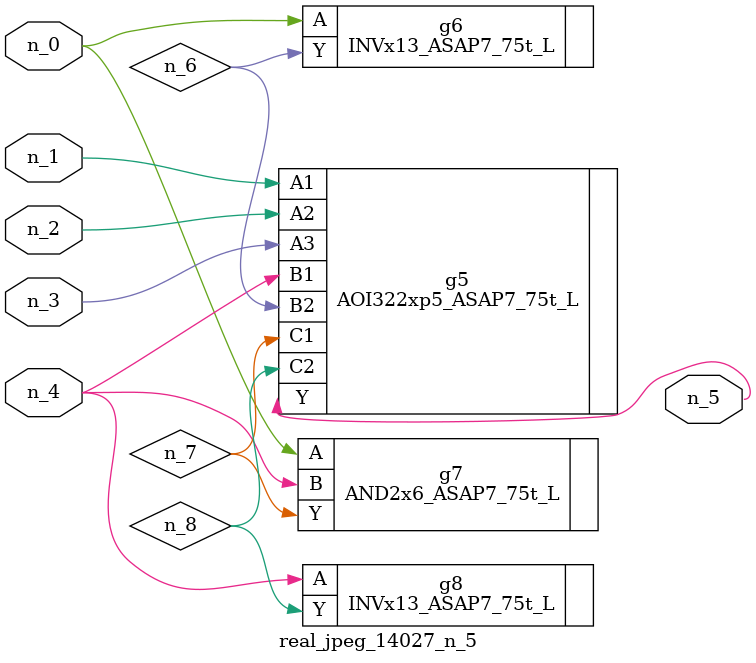
<source format=v>
module real_jpeg_14027_n_5 (n_4, n_0, n_1, n_2, n_3, n_5);

input n_4;
input n_0;
input n_1;
input n_2;
input n_3;

output n_5;

wire n_8;
wire n_6;
wire n_7;

INVx13_ASAP7_75t_L g6 ( 
.A(n_0),
.Y(n_6)
);

AND2x6_ASAP7_75t_L g7 ( 
.A(n_0),
.B(n_4),
.Y(n_7)
);

AOI322xp5_ASAP7_75t_L g5 ( 
.A1(n_1),
.A2(n_2),
.A3(n_3),
.B1(n_4),
.B2(n_6),
.C1(n_7),
.C2(n_8),
.Y(n_5)
);

INVx13_ASAP7_75t_L g8 ( 
.A(n_4),
.Y(n_8)
);


endmodule
</source>
